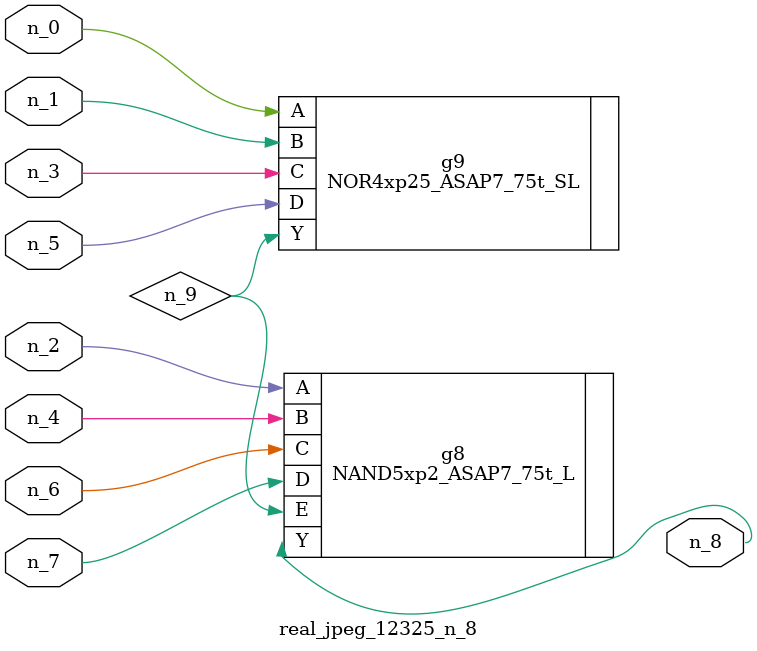
<source format=v>
module real_jpeg_12325_n_8 (n_5, n_4, n_0, n_1, n_2, n_6, n_7, n_3, n_8);

input n_5;
input n_4;
input n_0;
input n_1;
input n_2;
input n_6;
input n_7;
input n_3;

output n_8;

wire n_9;

NOR4xp25_ASAP7_75t_SL g9 ( 
.A(n_0),
.B(n_1),
.C(n_3),
.D(n_5),
.Y(n_9)
);

NAND5xp2_ASAP7_75t_L g8 ( 
.A(n_2),
.B(n_4),
.C(n_6),
.D(n_7),
.E(n_9),
.Y(n_8)
);


endmodule
</source>
